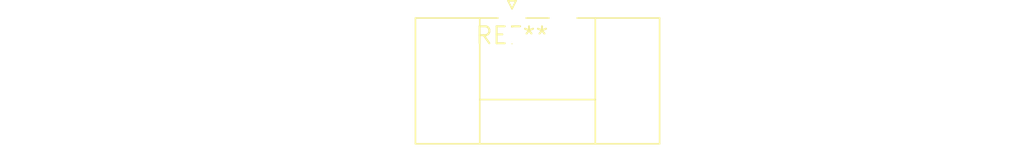
<source format=kicad_pcb>
(kicad_pcb (version 20240108) (generator pcbnew)
  (layers (0 "F.Cu" signal) (31 "B.Cu" signal) (34 "B.Paste" user) (35 "F.Paste" user) (36 "B.SilkS" user "B.Silkscreen") (37 "F.SilkS" user "F.Silkscreen") (38 "B.Mask" user) (39 "F.Mask" user) (44 "Edge.Cuts" user))
  (net 0 "")
  (footprint "PhoenixContact_MC_1,5_2-GF-3.81_1x02_P3.81mm_Horizontal_ThreadedFlange" (layer "F.Cu") (at 0 0)
    (property "Reference" "REF**")
    (property "Value" "PhoenixContact_MC_1,5_2-GF-3.81_1x02_P3.81mm_Horizontal_ThreadedFlange")
    (fp_line (start -7.21 -1.31) (end -7.21 8.11) (layer "F.SilkS") (stroke (width 0.12)))
    (fp_line (start -7.21 -1.31) (end -1.05 -1.31) (layer "F.SilkS") (stroke (width 0.12)))
    (fp_line (start -7.21 8.11) (end 11.02 8.11) (layer "F.SilkS") (stroke (width 0.12)))
    (fp_line (start -2.41 -1.31) (end -2.41 8.11) (layer "F.SilkS") (stroke (width 0.12)))
    (fp_line (start -2.41 4.8) (end 6.22 4.8) (layer "F.SilkS") (stroke (width 0.12)))
    (fp_line (start -0.3 -2.6) (end 0.3 -2.6) (layer "F.SilkS") (stroke (width 0.12)))
    (fp_line (start 0 -2) (end -0.3 -2.6) (layer "F.SilkS") (stroke (width 0.12)))
    (fp_line (start 0.3 -2.6) (end 0 -2) (layer "F.SilkS") (stroke (width 0.12)))
    (fp_line (start 1.05 -1.31) (end 2.76 -1.31) (layer "F.SilkS") (stroke (width 0.12)))
    (fp_line (start 6.22 -1.31) (end 6.22 8.11) (layer "F.SilkS") (stroke (width 0.12)))
    (fp_line (start 11.02 -1.31) (end 4.86 -1.31) (layer "F.SilkS") (stroke (width 0.12)))
    (fp_line (start 11.02 8.11) (end 11.02 -1.31) (layer "F.SilkS") (stroke (width 0.12)))
    (pad "1" thru_hole roundrect (at 0 0) (size 1.8 3.6) (drill 1.2) (layers *.Cu *.Mask) (remove_unused_layers) (roundrect_rratio 0.138889))
    (pad "2" thru_hole oval (at 3.81 0) (size 1.8 3.6) (drill 1.2) (layers *.Cu *.Mask) (remove_unused_layers))
  )
)
</source>
